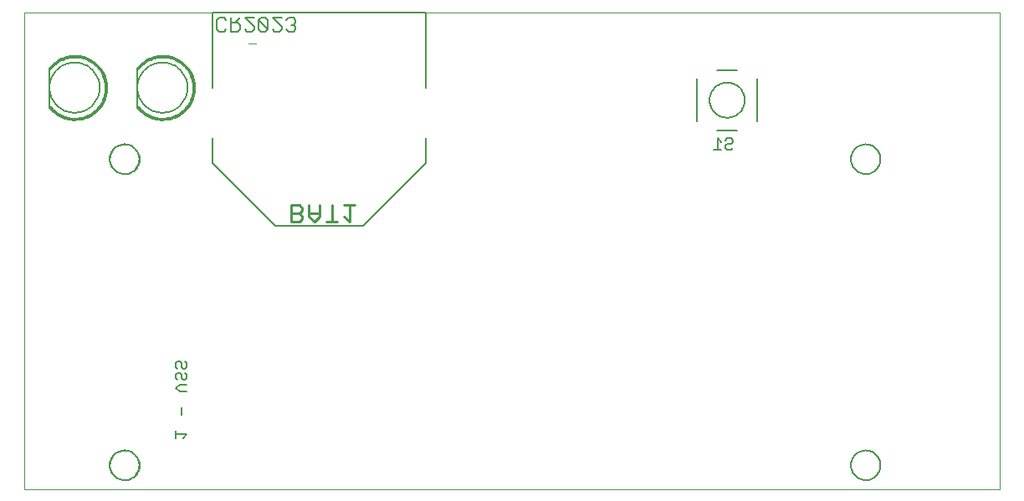
<source format=gbo>
G75*
%MOIN*%
%OFA0B0*%
%FSLAX24Y24*%
%IPPOS*%
%LPD*%
%AMOC8*
5,1,8,0,0,1.08239X$1,22.5*
%
%ADD10C,0.0000*%
%ADD11C,0.0080*%
%ADD12C,0.0050*%
%ADD13C,0.0040*%
%ADD14C,0.0090*%
%ADD15C,0.0010*%
%ADD16C,0.0060*%
D10*
X000100Y000550D02*
X000100Y019546D01*
X038970Y019546D01*
X038970Y000550D01*
X000100Y000550D01*
X003509Y001500D02*
X003511Y001548D01*
X003517Y001596D01*
X003527Y001643D01*
X003540Y001689D01*
X003558Y001734D01*
X003578Y001778D01*
X003603Y001820D01*
X003631Y001859D01*
X003661Y001896D01*
X003695Y001930D01*
X003732Y001962D01*
X003770Y001991D01*
X003811Y002016D01*
X003854Y002038D01*
X003899Y002056D01*
X003945Y002070D01*
X003992Y002081D01*
X004040Y002088D01*
X004088Y002091D01*
X004136Y002090D01*
X004184Y002085D01*
X004232Y002076D01*
X004278Y002064D01*
X004323Y002047D01*
X004367Y002027D01*
X004409Y002004D01*
X004449Y001977D01*
X004487Y001947D01*
X004522Y001914D01*
X004554Y001878D01*
X004584Y001840D01*
X004610Y001799D01*
X004632Y001756D01*
X004652Y001712D01*
X004667Y001667D01*
X004679Y001620D01*
X004687Y001572D01*
X004691Y001524D01*
X004691Y001476D01*
X004687Y001428D01*
X004679Y001380D01*
X004667Y001333D01*
X004652Y001288D01*
X004632Y001244D01*
X004610Y001201D01*
X004584Y001160D01*
X004554Y001122D01*
X004522Y001086D01*
X004487Y001053D01*
X004449Y001023D01*
X004409Y000996D01*
X004367Y000973D01*
X004323Y000953D01*
X004278Y000936D01*
X004232Y000924D01*
X004184Y000915D01*
X004136Y000910D01*
X004088Y000909D01*
X004040Y000912D01*
X003992Y000919D01*
X003945Y000930D01*
X003899Y000944D01*
X003854Y000962D01*
X003811Y000984D01*
X003770Y001009D01*
X003732Y001038D01*
X003695Y001070D01*
X003661Y001104D01*
X003631Y001141D01*
X003603Y001180D01*
X003578Y001222D01*
X003558Y001266D01*
X003540Y001311D01*
X003527Y001357D01*
X003517Y001404D01*
X003511Y001452D01*
X003509Y001500D01*
X003509Y013700D02*
X003511Y013748D01*
X003517Y013796D01*
X003527Y013843D01*
X003540Y013889D01*
X003558Y013934D01*
X003578Y013978D01*
X003603Y014020D01*
X003631Y014059D01*
X003661Y014096D01*
X003695Y014130D01*
X003732Y014162D01*
X003770Y014191D01*
X003811Y014216D01*
X003854Y014238D01*
X003899Y014256D01*
X003945Y014270D01*
X003992Y014281D01*
X004040Y014288D01*
X004088Y014291D01*
X004136Y014290D01*
X004184Y014285D01*
X004232Y014276D01*
X004278Y014264D01*
X004323Y014247D01*
X004367Y014227D01*
X004409Y014204D01*
X004449Y014177D01*
X004487Y014147D01*
X004522Y014114D01*
X004554Y014078D01*
X004584Y014040D01*
X004610Y013999D01*
X004632Y013956D01*
X004652Y013912D01*
X004667Y013867D01*
X004679Y013820D01*
X004687Y013772D01*
X004691Y013724D01*
X004691Y013676D01*
X004687Y013628D01*
X004679Y013580D01*
X004667Y013533D01*
X004652Y013488D01*
X004632Y013444D01*
X004610Y013401D01*
X004584Y013360D01*
X004554Y013322D01*
X004522Y013286D01*
X004487Y013253D01*
X004449Y013223D01*
X004409Y013196D01*
X004367Y013173D01*
X004323Y013153D01*
X004278Y013136D01*
X004232Y013124D01*
X004184Y013115D01*
X004136Y013110D01*
X004088Y013109D01*
X004040Y013112D01*
X003992Y013119D01*
X003945Y013130D01*
X003899Y013144D01*
X003854Y013162D01*
X003811Y013184D01*
X003770Y013209D01*
X003732Y013238D01*
X003695Y013270D01*
X003661Y013304D01*
X003631Y013341D01*
X003603Y013380D01*
X003578Y013422D01*
X003558Y013466D01*
X003540Y013511D01*
X003527Y013557D01*
X003517Y013604D01*
X003511Y013652D01*
X003509Y013700D01*
X033009Y013700D02*
X033011Y013748D01*
X033017Y013796D01*
X033027Y013843D01*
X033040Y013889D01*
X033058Y013934D01*
X033078Y013978D01*
X033103Y014020D01*
X033131Y014059D01*
X033161Y014096D01*
X033195Y014130D01*
X033232Y014162D01*
X033270Y014191D01*
X033311Y014216D01*
X033354Y014238D01*
X033399Y014256D01*
X033445Y014270D01*
X033492Y014281D01*
X033540Y014288D01*
X033588Y014291D01*
X033636Y014290D01*
X033684Y014285D01*
X033732Y014276D01*
X033778Y014264D01*
X033823Y014247D01*
X033867Y014227D01*
X033909Y014204D01*
X033949Y014177D01*
X033987Y014147D01*
X034022Y014114D01*
X034054Y014078D01*
X034084Y014040D01*
X034110Y013999D01*
X034132Y013956D01*
X034152Y013912D01*
X034167Y013867D01*
X034179Y013820D01*
X034187Y013772D01*
X034191Y013724D01*
X034191Y013676D01*
X034187Y013628D01*
X034179Y013580D01*
X034167Y013533D01*
X034152Y013488D01*
X034132Y013444D01*
X034110Y013401D01*
X034084Y013360D01*
X034054Y013322D01*
X034022Y013286D01*
X033987Y013253D01*
X033949Y013223D01*
X033909Y013196D01*
X033867Y013173D01*
X033823Y013153D01*
X033778Y013136D01*
X033732Y013124D01*
X033684Y013115D01*
X033636Y013110D01*
X033588Y013109D01*
X033540Y013112D01*
X033492Y013119D01*
X033445Y013130D01*
X033399Y013144D01*
X033354Y013162D01*
X033311Y013184D01*
X033270Y013209D01*
X033232Y013238D01*
X033195Y013270D01*
X033161Y013304D01*
X033131Y013341D01*
X033103Y013380D01*
X033078Y013422D01*
X033058Y013466D01*
X033040Y013511D01*
X033027Y013557D01*
X033017Y013604D01*
X033011Y013652D01*
X033009Y013700D01*
X033009Y001500D02*
X033011Y001548D01*
X033017Y001596D01*
X033027Y001643D01*
X033040Y001689D01*
X033058Y001734D01*
X033078Y001778D01*
X033103Y001820D01*
X033131Y001859D01*
X033161Y001896D01*
X033195Y001930D01*
X033232Y001962D01*
X033270Y001991D01*
X033311Y002016D01*
X033354Y002038D01*
X033399Y002056D01*
X033445Y002070D01*
X033492Y002081D01*
X033540Y002088D01*
X033588Y002091D01*
X033636Y002090D01*
X033684Y002085D01*
X033732Y002076D01*
X033778Y002064D01*
X033823Y002047D01*
X033867Y002027D01*
X033909Y002004D01*
X033949Y001977D01*
X033987Y001947D01*
X034022Y001914D01*
X034054Y001878D01*
X034084Y001840D01*
X034110Y001799D01*
X034132Y001756D01*
X034152Y001712D01*
X034167Y001667D01*
X034179Y001620D01*
X034187Y001572D01*
X034191Y001524D01*
X034191Y001476D01*
X034187Y001428D01*
X034179Y001380D01*
X034167Y001333D01*
X034152Y001288D01*
X034132Y001244D01*
X034110Y001201D01*
X034084Y001160D01*
X034054Y001122D01*
X034022Y001086D01*
X033987Y001053D01*
X033949Y001023D01*
X033909Y000996D01*
X033867Y000973D01*
X033823Y000953D01*
X033778Y000936D01*
X033732Y000924D01*
X033684Y000915D01*
X033636Y000910D01*
X033588Y000909D01*
X033540Y000912D01*
X033492Y000919D01*
X033445Y000930D01*
X033399Y000944D01*
X033354Y000962D01*
X033311Y000984D01*
X033270Y001009D01*
X033232Y001038D01*
X033195Y001070D01*
X033161Y001104D01*
X033131Y001141D01*
X033103Y001180D01*
X033078Y001222D01*
X033058Y001266D01*
X033040Y001311D01*
X033027Y001357D01*
X033017Y001404D01*
X033011Y001452D01*
X033009Y001500D01*
D11*
X006560Y002730D02*
X006140Y002730D01*
X006140Y002590D02*
X006140Y002870D01*
X006420Y002590D02*
X006560Y002730D01*
X006350Y003511D02*
X006350Y003791D01*
X006280Y004432D02*
X006140Y004572D01*
X006280Y004712D01*
X006560Y004712D01*
X006490Y004892D02*
X006420Y004892D01*
X006350Y004962D01*
X006350Y005102D01*
X006280Y005172D01*
X006210Y005172D01*
X006140Y005102D01*
X006140Y004962D01*
X006210Y004892D01*
X006490Y004892D02*
X006560Y004962D01*
X006560Y005102D01*
X006490Y005172D01*
X006490Y005352D02*
X006420Y005352D01*
X006350Y005422D01*
X006350Y005563D01*
X006280Y005633D01*
X006210Y005633D01*
X006140Y005563D01*
X006140Y005422D01*
X006210Y005352D01*
X006490Y005352D02*
X006560Y005422D01*
X006560Y005563D01*
X006490Y005633D01*
X006560Y004432D02*
X006280Y004432D01*
X027700Y014850D02*
X028505Y014850D01*
X029300Y015200D02*
X029300Y016900D01*
X028493Y017250D02*
X027700Y017250D01*
X026900Y016900D02*
X026900Y015200D01*
X027400Y016050D02*
X027402Y016102D01*
X027408Y016154D01*
X027418Y016206D01*
X027431Y016256D01*
X027448Y016306D01*
X027469Y016354D01*
X027494Y016400D01*
X027522Y016444D01*
X027553Y016486D01*
X027587Y016526D01*
X027624Y016563D01*
X027664Y016597D01*
X027706Y016628D01*
X027750Y016656D01*
X027796Y016681D01*
X027844Y016702D01*
X027894Y016719D01*
X027944Y016732D01*
X027996Y016742D01*
X028048Y016748D01*
X028100Y016750D01*
X028152Y016748D01*
X028204Y016742D01*
X028256Y016732D01*
X028306Y016719D01*
X028356Y016702D01*
X028404Y016681D01*
X028450Y016656D01*
X028494Y016628D01*
X028536Y016597D01*
X028576Y016563D01*
X028613Y016526D01*
X028647Y016486D01*
X028678Y016444D01*
X028706Y016400D01*
X028731Y016354D01*
X028752Y016306D01*
X028769Y016256D01*
X028782Y016206D01*
X028792Y016154D01*
X028798Y016102D01*
X028800Y016050D01*
X028798Y015998D01*
X028792Y015946D01*
X028782Y015894D01*
X028769Y015844D01*
X028752Y015794D01*
X028731Y015746D01*
X028706Y015700D01*
X028678Y015656D01*
X028647Y015614D01*
X028613Y015574D01*
X028576Y015537D01*
X028536Y015503D01*
X028494Y015472D01*
X028450Y015444D01*
X028404Y015419D01*
X028356Y015398D01*
X028306Y015381D01*
X028256Y015368D01*
X028204Y015358D01*
X028152Y015352D01*
X028100Y015350D01*
X028048Y015352D01*
X027996Y015358D01*
X027944Y015368D01*
X027894Y015381D01*
X027844Y015398D01*
X027796Y015419D01*
X027750Y015444D01*
X027706Y015472D01*
X027664Y015503D01*
X027624Y015537D01*
X027587Y015574D01*
X027553Y015614D01*
X027522Y015656D01*
X027494Y015700D01*
X027469Y015746D01*
X027448Y015794D01*
X027431Y015844D01*
X027418Y015894D01*
X027408Y015946D01*
X027402Y015998D01*
X027400Y016050D01*
X004600Y015800D02*
X004600Y017300D01*
X001100Y017300D02*
X001100Y015800D01*
D12*
X003499Y013700D02*
X003501Y013748D01*
X003507Y013796D01*
X003517Y013843D01*
X003530Y013889D01*
X003548Y013934D01*
X003568Y013978D01*
X003593Y014020D01*
X003621Y014059D01*
X003651Y014096D01*
X003685Y014130D01*
X003722Y014162D01*
X003760Y014191D01*
X003801Y014216D01*
X003844Y014238D01*
X003889Y014256D01*
X003935Y014270D01*
X003982Y014281D01*
X004030Y014288D01*
X004078Y014291D01*
X004126Y014290D01*
X004174Y014285D01*
X004222Y014276D01*
X004268Y014264D01*
X004313Y014247D01*
X004357Y014227D01*
X004399Y014204D01*
X004439Y014177D01*
X004477Y014147D01*
X004512Y014114D01*
X004544Y014078D01*
X004574Y014040D01*
X004600Y013999D01*
X004622Y013956D01*
X004642Y013912D01*
X004657Y013867D01*
X004669Y013820D01*
X004677Y013772D01*
X004681Y013724D01*
X004681Y013676D01*
X004677Y013628D01*
X004669Y013580D01*
X004657Y013533D01*
X004642Y013488D01*
X004622Y013444D01*
X004600Y013401D01*
X004574Y013360D01*
X004544Y013322D01*
X004512Y013286D01*
X004477Y013253D01*
X004439Y013223D01*
X004399Y013196D01*
X004357Y013173D01*
X004313Y013153D01*
X004268Y013136D01*
X004222Y013124D01*
X004174Y013115D01*
X004126Y013110D01*
X004078Y013109D01*
X004030Y013112D01*
X003982Y013119D01*
X003935Y013130D01*
X003889Y013144D01*
X003844Y013162D01*
X003801Y013184D01*
X003760Y013209D01*
X003722Y013238D01*
X003685Y013270D01*
X003651Y013304D01*
X003621Y013341D01*
X003593Y013380D01*
X003568Y013422D01*
X003548Y013466D01*
X003530Y013511D01*
X003517Y013557D01*
X003507Y013604D01*
X003501Y013652D01*
X003499Y013700D01*
X007600Y013550D02*
X007600Y014550D01*
X007600Y013550D02*
X010100Y011050D01*
X013600Y011050D01*
X016100Y013550D01*
X016100Y014550D01*
X016100Y016550D02*
X016100Y019550D01*
X007600Y019550D01*
X007600Y016550D01*
X007867Y018775D02*
X007775Y018866D01*
X007775Y019233D01*
X007867Y019325D01*
X008050Y019325D01*
X008142Y019233D01*
X008327Y019142D02*
X008603Y019142D01*
X008694Y019050D01*
X008694Y018866D01*
X008603Y018775D01*
X008327Y018775D01*
X008327Y019325D01*
X008511Y019142D02*
X008694Y019325D01*
X008880Y019325D02*
X009247Y018958D01*
X009247Y018866D01*
X009155Y018775D01*
X008972Y018775D01*
X008880Y018866D01*
X009432Y018866D02*
X009524Y018775D01*
X009708Y018775D01*
X009799Y018866D01*
X009432Y019233D01*
X009524Y019325D01*
X009708Y019325D01*
X009799Y019233D01*
X009799Y018866D01*
X009985Y018866D02*
X010077Y018775D01*
X010260Y018775D01*
X010352Y018866D01*
X010352Y018958D01*
X009985Y019325D01*
X010352Y019325D01*
X010537Y019233D02*
X010629Y019325D01*
X010813Y019325D01*
X010904Y019233D01*
X010904Y019142D01*
X010813Y019050D01*
X010721Y019050D01*
X010813Y019050D02*
X010904Y018958D01*
X010904Y018866D01*
X010813Y018775D01*
X010629Y018775D01*
X010537Y018866D01*
X009432Y018866D02*
X009432Y019233D01*
X009247Y019325D02*
X008880Y019325D01*
X008142Y018866D02*
X008050Y018775D01*
X007867Y018775D01*
X027564Y014075D02*
X027865Y014075D01*
X027714Y014075D02*
X027714Y014525D01*
X027865Y014375D01*
X028025Y014450D02*
X028100Y014525D01*
X028250Y014525D01*
X028325Y014450D01*
X028325Y014375D01*
X028250Y014300D01*
X028100Y014300D01*
X028025Y014225D01*
X028025Y014150D01*
X028100Y014075D01*
X028250Y014075D01*
X028325Y014150D01*
X033029Y013700D02*
X033031Y013748D01*
X033037Y013796D01*
X033047Y013843D01*
X033060Y013889D01*
X033078Y013934D01*
X033098Y013978D01*
X033123Y014020D01*
X033151Y014059D01*
X033181Y014096D01*
X033215Y014130D01*
X033252Y014162D01*
X033290Y014191D01*
X033331Y014216D01*
X033374Y014238D01*
X033419Y014256D01*
X033465Y014270D01*
X033512Y014281D01*
X033560Y014288D01*
X033608Y014291D01*
X033656Y014290D01*
X033704Y014285D01*
X033752Y014276D01*
X033798Y014264D01*
X033843Y014247D01*
X033887Y014227D01*
X033929Y014204D01*
X033969Y014177D01*
X034007Y014147D01*
X034042Y014114D01*
X034074Y014078D01*
X034104Y014040D01*
X034130Y013999D01*
X034152Y013956D01*
X034172Y013912D01*
X034187Y013867D01*
X034199Y013820D01*
X034207Y013772D01*
X034211Y013724D01*
X034211Y013676D01*
X034207Y013628D01*
X034199Y013580D01*
X034187Y013533D01*
X034172Y013488D01*
X034152Y013444D01*
X034130Y013401D01*
X034104Y013360D01*
X034074Y013322D01*
X034042Y013286D01*
X034007Y013253D01*
X033969Y013223D01*
X033929Y013196D01*
X033887Y013173D01*
X033843Y013153D01*
X033798Y013136D01*
X033752Y013124D01*
X033704Y013115D01*
X033656Y013110D01*
X033608Y013109D01*
X033560Y013112D01*
X033512Y013119D01*
X033465Y013130D01*
X033419Y013144D01*
X033374Y013162D01*
X033331Y013184D01*
X033290Y013209D01*
X033252Y013238D01*
X033215Y013270D01*
X033181Y013304D01*
X033151Y013341D01*
X033123Y013380D01*
X033098Y013422D01*
X033078Y013466D01*
X033060Y013511D01*
X033047Y013557D01*
X033037Y013604D01*
X033031Y013652D01*
X033029Y013700D01*
X033029Y001500D02*
X033031Y001548D01*
X033037Y001596D01*
X033047Y001643D01*
X033060Y001689D01*
X033078Y001734D01*
X033098Y001778D01*
X033123Y001820D01*
X033151Y001859D01*
X033181Y001896D01*
X033215Y001930D01*
X033252Y001962D01*
X033290Y001991D01*
X033331Y002016D01*
X033374Y002038D01*
X033419Y002056D01*
X033465Y002070D01*
X033512Y002081D01*
X033560Y002088D01*
X033608Y002091D01*
X033656Y002090D01*
X033704Y002085D01*
X033752Y002076D01*
X033798Y002064D01*
X033843Y002047D01*
X033887Y002027D01*
X033929Y002004D01*
X033969Y001977D01*
X034007Y001947D01*
X034042Y001914D01*
X034074Y001878D01*
X034104Y001840D01*
X034130Y001799D01*
X034152Y001756D01*
X034172Y001712D01*
X034187Y001667D01*
X034199Y001620D01*
X034207Y001572D01*
X034211Y001524D01*
X034211Y001476D01*
X034207Y001428D01*
X034199Y001380D01*
X034187Y001333D01*
X034172Y001288D01*
X034152Y001244D01*
X034130Y001201D01*
X034104Y001160D01*
X034074Y001122D01*
X034042Y001086D01*
X034007Y001053D01*
X033969Y001023D01*
X033929Y000996D01*
X033887Y000973D01*
X033843Y000953D01*
X033798Y000936D01*
X033752Y000924D01*
X033704Y000915D01*
X033656Y000910D01*
X033608Y000909D01*
X033560Y000912D01*
X033512Y000919D01*
X033465Y000930D01*
X033419Y000944D01*
X033374Y000962D01*
X033331Y000984D01*
X033290Y001009D01*
X033252Y001038D01*
X033215Y001070D01*
X033181Y001104D01*
X033151Y001141D01*
X033123Y001180D01*
X033098Y001222D01*
X033078Y001266D01*
X033060Y001311D01*
X033047Y001357D01*
X033037Y001404D01*
X033031Y001452D01*
X033029Y001500D01*
X003499Y001500D02*
X003501Y001548D01*
X003507Y001596D01*
X003517Y001643D01*
X003530Y001689D01*
X003548Y001734D01*
X003568Y001778D01*
X003593Y001820D01*
X003621Y001859D01*
X003651Y001896D01*
X003685Y001930D01*
X003722Y001962D01*
X003760Y001991D01*
X003801Y002016D01*
X003844Y002038D01*
X003889Y002056D01*
X003935Y002070D01*
X003982Y002081D01*
X004030Y002088D01*
X004078Y002091D01*
X004126Y002090D01*
X004174Y002085D01*
X004222Y002076D01*
X004268Y002064D01*
X004313Y002047D01*
X004357Y002027D01*
X004399Y002004D01*
X004439Y001977D01*
X004477Y001947D01*
X004512Y001914D01*
X004544Y001878D01*
X004574Y001840D01*
X004600Y001799D01*
X004622Y001756D01*
X004642Y001712D01*
X004657Y001667D01*
X004669Y001620D01*
X004677Y001572D01*
X004681Y001524D01*
X004681Y001476D01*
X004677Y001428D01*
X004669Y001380D01*
X004657Y001333D01*
X004642Y001288D01*
X004622Y001244D01*
X004600Y001201D01*
X004574Y001160D01*
X004544Y001122D01*
X004512Y001086D01*
X004477Y001053D01*
X004439Y001023D01*
X004399Y000996D01*
X004357Y000973D01*
X004313Y000953D01*
X004268Y000936D01*
X004222Y000924D01*
X004174Y000915D01*
X004126Y000910D01*
X004078Y000909D01*
X004030Y000912D01*
X003982Y000919D01*
X003935Y000930D01*
X003889Y000944D01*
X003844Y000962D01*
X003801Y000984D01*
X003760Y001009D01*
X003722Y001038D01*
X003685Y001070D01*
X003651Y001104D01*
X003621Y001141D01*
X003593Y001180D01*
X003568Y001222D01*
X003548Y001266D01*
X003530Y001311D01*
X003517Y001357D01*
X003507Y001404D01*
X003501Y001452D01*
X003499Y001500D01*
D13*
X009023Y018300D02*
X009330Y018300D01*
D14*
X010725Y011863D02*
X011060Y011863D01*
X011172Y011751D01*
X011172Y011639D01*
X011060Y011528D01*
X010725Y011528D01*
X011060Y011528D02*
X011172Y011416D01*
X011172Y011304D01*
X011060Y011192D01*
X010725Y011192D01*
X010725Y011863D01*
X011424Y011863D02*
X011424Y011416D01*
X011648Y011192D01*
X011871Y011416D01*
X011871Y011863D01*
X012348Y011863D02*
X012348Y011192D01*
X012571Y011192D02*
X012124Y011192D01*
X011871Y011528D02*
X011424Y011528D01*
X012824Y011416D02*
X013048Y011192D01*
X013048Y011863D01*
X013271Y011863D02*
X012824Y011863D01*
D15*
X004568Y015770D02*
X004640Y015824D01*
X004639Y015823D02*
X004682Y015770D01*
X004727Y015719D01*
X004776Y015671D01*
X004827Y015626D01*
X004881Y015583D01*
X004937Y015544D01*
X004995Y015508D01*
X005055Y015475D01*
X005116Y015446D01*
X005180Y015421D01*
X005244Y015399D01*
X005310Y015380D01*
X005377Y015366D01*
X005444Y015355D01*
X005512Y015348D01*
X005580Y015345D01*
X005649Y015346D01*
X005717Y015351D01*
X005785Y015359D01*
X005852Y015372D01*
X005918Y015388D01*
X005983Y015408D01*
X006048Y015431D01*
X006110Y015458D01*
X006171Y015489D01*
X006230Y015523D01*
X006288Y015560D01*
X006343Y015601D01*
X006395Y015645D01*
X006445Y015691D01*
X006492Y015740D01*
X006537Y015792D01*
X006578Y015846D01*
X006617Y015903D01*
X006652Y015962D01*
X006683Y016022D01*
X006711Y016084D01*
X006736Y016148D01*
X006757Y016213D01*
X006774Y016279D01*
X006788Y016346D01*
X006797Y016414D01*
X006803Y016482D01*
X006805Y016550D01*
X006803Y016618D01*
X006797Y016686D01*
X006788Y016754D01*
X006774Y016821D01*
X006757Y016887D01*
X006736Y016952D01*
X006711Y017016D01*
X006683Y017078D01*
X006652Y017138D01*
X006617Y017197D01*
X006578Y017254D01*
X006537Y017308D01*
X006492Y017360D01*
X006445Y017409D01*
X006395Y017455D01*
X006343Y017499D01*
X006288Y017540D01*
X006230Y017577D01*
X006171Y017611D01*
X006110Y017642D01*
X006048Y017669D01*
X005983Y017692D01*
X005918Y017712D01*
X005852Y017728D01*
X005785Y017741D01*
X005717Y017749D01*
X005649Y017754D01*
X005580Y017755D01*
X005512Y017752D01*
X005444Y017745D01*
X005377Y017734D01*
X005310Y017720D01*
X005244Y017701D01*
X005180Y017679D01*
X005116Y017654D01*
X005055Y017625D01*
X004995Y017592D01*
X004937Y017556D01*
X004881Y017517D01*
X004827Y017474D01*
X004776Y017429D01*
X004727Y017381D01*
X004682Y017330D01*
X004639Y017277D01*
X004568Y017330D01*
X004567Y017331D01*
X004611Y017386D01*
X004659Y017439D01*
X004709Y017490D01*
X004762Y017537D01*
X004817Y017581D01*
X004875Y017623D01*
X004935Y017661D01*
X004996Y017696D01*
X005060Y017727D01*
X005125Y017755D01*
X005192Y017779D01*
X005260Y017800D01*
X005329Y017816D01*
X005399Y017829D01*
X005469Y017838D01*
X005540Y017844D01*
X005611Y017845D01*
X005682Y017842D01*
X005753Y017836D01*
X005823Y017826D01*
X005892Y017812D01*
X005961Y017794D01*
X006029Y017772D01*
X006095Y017747D01*
X006160Y017718D01*
X006223Y017685D01*
X006284Y017649D01*
X006343Y017610D01*
X006400Y017568D01*
X006455Y017523D01*
X006507Y017474D01*
X006556Y017423D01*
X006603Y017370D01*
X006646Y017313D01*
X006686Y017255D01*
X006723Y017194D01*
X006757Y017132D01*
X006787Y017068D01*
X006814Y017002D01*
X006837Y016935D01*
X006856Y016866D01*
X006871Y016797D01*
X006883Y016727D01*
X006891Y016656D01*
X006895Y016585D01*
X006895Y016515D01*
X006891Y016444D01*
X006883Y016373D01*
X006871Y016303D01*
X006856Y016234D01*
X006837Y016165D01*
X006814Y016098D01*
X006787Y016032D01*
X006757Y015968D01*
X006723Y015906D01*
X006686Y015845D01*
X006646Y015787D01*
X006603Y015730D01*
X006556Y015677D01*
X006507Y015626D01*
X006455Y015577D01*
X006400Y015532D01*
X006343Y015490D01*
X006284Y015451D01*
X006223Y015415D01*
X006160Y015382D01*
X006095Y015353D01*
X006029Y015328D01*
X005961Y015306D01*
X005892Y015288D01*
X005823Y015274D01*
X005753Y015264D01*
X005682Y015258D01*
X005611Y015255D01*
X005540Y015256D01*
X005469Y015262D01*
X005399Y015271D01*
X005329Y015284D01*
X005260Y015300D01*
X005192Y015321D01*
X005125Y015345D01*
X005060Y015373D01*
X004996Y015404D01*
X004935Y015439D01*
X004875Y015477D01*
X004817Y015519D01*
X004762Y015563D01*
X004709Y015610D01*
X004659Y015661D01*
X004611Y015714D01*
X004567Y015769D01*
X004574Y015774D01*
X004619Y015719D01*
X004666Y015666D01*
X004717Y015615D01*
X004770Y015568D01*
X004826Y015523D01*
X004884Y015482D01*
X004944Y015444D01*
X005006Y015409D01*
X005070Y015378D01*
X005136Y015351D01*
X005203Y015327D01*
X005272Y015307D01*
X005341Y015290D01*
X005411Y015278D01*
X005482Y015269D01*
X005553Y015265D01*
X005624Y015264D01*
X005695Y015268D01*
X005766Y015275D01*
X005837Y015286D01*
X005906Y015301D01*
X005975Y015320D01*
X006043Y015343D01*
X006109Y015369D01*
X006174Y015399D01*
X006236Y015433D01*
X006297Y015469D01*
X006356Y015510D01*
X006413Y015553D01*
X006467Y015600D01*
X006518Y015649D01*
X006566Y015702D01*
X006612Y015756D01*
X006654Y015814D01*
X006693Y015873D01*
X006729Y015935D01*
X006762Y015998D01*
X006790Y016063D01*
X006816Y016130D01*
X006837Y016198D01*
X006855Y016267D01*
X006868Y016337D01*
X006878Y016408D01*
X006884Y016479D01*
X006886Y016550D01*
X006884Y016621D01*
X006878Y016692D01*
X006868Y016763D01*
X006855Y016833D01*
X006837Y016902D01*
X006816Y016970D01*
X006790Y017037D01*
X006762Y017102D01*
X006729Y017165D01*
X006693Y017227D01*
X006654Y017286D01*
X006612Y017344D01*
X006566Y017398D01*
X006518Y017451D01*
X006467Y017500D01*
X006413Y017547D01*
X006356Y017590D01*
X006297Y017631D01*
X006236Y017667D01*
X006174Y017701D01*
X006109Y017731D01*
X006043Y017757D01*
X005975Y017780D01*
X005906Y017799D01*
X005837Y017814D01*
X005766Y017825D01*
X005695Y017832D01*
X005624Y017836D01*
X005553Y017835D01*
X005482Y017831D01*
X005411Y017822D01*
X005341Y017810D01*
X005272Y017793D01*
X005203Y017773D01*
X005136Y017749D01*
X005070Y017722D01*
X005006Y017691D01*
X004944Y017656D01*
X004884Y017618D01*
X004826Y017577D01*
X004770Y017532D01*
X004717Y017485D01*
X004666Y017434D01*
X004619Y017381D01*
X004574Y017326D01*
X004581Y017320D01*
X004626Y017375D01*
X004673Y017428D01*
X004723Y017478D01*
X004776Y017525D01*
X004831Y017569D01*
X004889Y017611D01*
X004948Y017648D01*
X005010Y017683D01*
X005074Y017714D01*
X005139Y017741D01*
X005206Y017765D01*
X005274Y017785D01*
X005343Y017801D01*
X005412Y017813D01*
X005483Y017822D01*
X005553Y017826D01*
X005624Y017827D01*
X005695Y017823D01*
X005765Y017816D01*
X005835Y017805D01*
X005904Y017790D01*
X005972Y017771D01*
X006040Y017749D01*
X006105Y017723D01*
X006170Y017693D01*
X006232Y017660D01*
X006292Y017623D01*
X006351Y017583D01*
X006407Y017540D01*
X006461Y017494D01*
X006511Y017444D01*
X006560Y017393D01*
X006605Y017338D01*
X006647Y017281D01*
X006686Y017222D01*
X006721Y017161D01*
X006754Y017098D01*
X006782Y017033D01*
X006807Y016967D01*
X006828Y016899D01*
X006846Y016831D01*
X006859Y016761D01*
X006869Y016691D01*
X006875Y016621D01*
X006877Y016550D01*
X006875Y016479D01*
X006869Y016409D01*
X006859Y016339D01*
X006846Y016269D01*
X006828Y016201D01*
X006807Y016133D01*
X006782Y016067D01*
X006754Y016002D01*
X006721Y015939D01*
X006686Y015878D01*
X006647Y015819D01*
X006605Y015762D01*
X006560Y015707D01*
X006511Y015656D01*
X006461Y015606D01*
X006407Y015560D01*
X006351Y015517D01*
X006292Y015477D01*
X006232Y015440D01*
X006170Y015407D01*
X006105Y015377D01*
X006040Y015351D01*
X005972Y015329D01*
X005904Y015310D01*
X005835Y015295D01*
X005765Y015284D01*
X005695Y015277D01*
X005624Y015273D01*
X005553Y015274D01*
X005483Y015278D01*
X005412Y015287D01*
X005343Y015299D01*
X005274Y015315D01*
X005206Y015335D01*
X005139Y015359D01*
X005074Y015386D01*
X005010Y015417D01*
X004948Y015452D01*
X004889Y015489D01*
X004831Y015531D01*
X004776Y015575D01*
X004723Y015622D01*
X004673Y015672D01*
X004626Y015725D01*
X004581Y015780D01*
X004589Y015785D01*
X004633Y015730D01*
X004681Y015677D01*
X004731Y015627D01*
X004784Y015579D01*
X004840Y015535D01*
X004898Y015494D01*
X004958Y015457D01*
X005020Y015422D01*
X005084Y015392D01*
X005150Y015365D01*
X005217Y015341D01*
X005285Y015322D01*
X005355Y015306D01*
X005425Y015294D01*
X005495Y015286D01*
X005566Y015282D01*
X005637Y015283D01*
X005708Y015287D01*
X005779Y015295D01*
X005849Y015307D01*
X005918Y015323D01*
X005986Y015342D01*
X006054Y015366D01*
X006119Y015393D01*
X006183Y015424D01*
X006245Y015458D01*
X006305Y015496D01*
X006363Y015538D01*
X006419Y015582D01*
X006472Y015629D01*
X006522Y015680D01*
X006569Y015733D01*
X006614Y015788D01*
X006655Y015846D01*
X006692Y015906D01*
X006727Y015969D01*
X006758Y016033D01*
X006785Y016098D01*
X006808Y016165D01*
X006828Y016234D01*
X006844Y016303D01*
X006856Y016373D01*
X006864Y016444D01*
X006868Y016514D01*
X006868Y016586D01*
X006864Y016656D01*
X006856Y016727D01*
X006844Y016797D01*
X006828Y016866D01*
X006808Y016935D01*
X006785Y017002D01*
X006758Y017067D01*
X006727Y017131D01*
X006692Y017194D01*
X006655Y017254D01*
X006614Y017312D01*
X006569Y017367D01*
X006522Y017420D01*
X006472Y017471D01*
X006419Y017518D01*
X006363Y017562D01*
X006305Y017604D01*
X006245Y017642D01*
X006183Y017676D01*
X006119Y017707D01*
X006054Y017734D01*
X005986Y017758D01*
X005918Y017777D01*
X005849Y017793D01*
X005779Y017805D01*
X005708Y017813D01*
X005637Y017817D01*
X005566Y017818D01*
X005495Y017814D01*
X005425Y017806D01*
X005355Y017794D01*
X005285Y017778D01*
X005217Y017759D01*
X005150Y017735D01*
X005084Y017708D01*
X005020Y017678D01*
X004958Y017643D01*
X004898Y017606D01*
X004840Y017565D01*
X004784Y017521D01*
X004731Y017473D01*
X004681Y017423D01*
X004633Y017370D01*
X004589Y017315D01*
X004596Y017309D01*
X004640Y017364D01*
X004687Y017417D01*
X004737Y017467D01*
X004790Y017514D01*
X004845Y017558D01*
X004903Y017598D01*
X004962Y017636D01*
X005024Y017670D01*
X005088Y017700D01*
X005153Y017727D01*
X005220Y017750D01*
X005288Y017770D01*
X005356Y017785D01*
X005426Y017797D01*
X005496Y017805D01*
X005567Y017809D01*
X005637Y017808D01*
X005708Y017804D01*
X005778Y017796D01*
X005847Y017784D01*
X005916Y017769D01*
X005984Y017749D01*
X006050Y017726D01*
X006115Y017699D01*
X006179Y017668D01*
X006241Y017634D01*
X006300Y017596D01*
X006358Y017555D01*
X006413Y017511D01*
X006466Y017464D01*
X006515Y017414D01*
X006562Y017362D01*
X006606Y017306D01*
X006647Y017249D01*
X006685Y017189D01*
X006719Y017127D01*
X006749Y017064D01*
X006776Y016999D01*
X006800Y016932D01*
X006819Y016864D01*
X006835Y016795D01*
X006847Y016726D01*
X006855Y016656D01*
X006859Y016585D01*
X006859Y016515D01*
X006855Y016444D01*
X006847Y016374D01*
X006835Y016305D01*
X006819Y016236D01*
X006800Y016168D01*
X006776Y016101D01*
X006749Y016036D01*
X006719Y015973D01*
X006685Y015911D01*
X006647Y015851D01*
X006606Y015794D01*
X006562Y015738D01*
X006515Y015686D01*
X006466Y015636D01*
X006413Y015589D01*
X006358Y015545D01*
X006300Y015504D01*
X006241Y015466D01*
X006179Y015432D01*
X006115Y015401D01*
X006050Y015374D01*
X005984Y015351D01*
X005916Y015331D01*
X005847Y015316D01*
X005778Y015304D01*
X005708Y015296D01*
X005637Y015292D01*
X005567Y015291D01*
X005496Y015295D01*
X005426Y015303D01*
X005356Y015315D01*
X005288Y015330D01*
X005220Y015350D01*
X005153Y015373D01*
X005088Y015400D01*
X005024Y015430D01*
X004962Y015464D01*
X004903Y015502D01*
X004845Y015542D01*
X004790Y015586D01*
X004737Y015633D01*
X004687Y015683D01*
X004640Y015736D01*
X004596Y015791D01*
X004603Y015796D01*
X004647Y015741D01*
X004694Y015689D01*
X004743Y015640D01*
X004796Y015593D01*
X004850Y015550D01*
X004908Y015509D01*
X004967Y015472D01*
X005028Y015438D01*
X005092Y015408D01*
X005156Y015381D01*
X005223Y015358D01*
X005290Y015339D01*
X005358Y015324D01*
X005427Y015312D01*
X005497Y015304D01*
X005567Y015300D01*
X005637Y015301D01*
X005707Y015305D01*
X005776Y015313D01*
X005845Y015324D01*
X005914Y015340D01*
X005981Y015359D01*
X006047Y015383D01*
X006112Y015410D01*
X006175Y015440D01*
X006236Y015474D01*
X006295Y015511D01*
X006353Y015552D01*
X006407Y015596D01*
X006459Y015642D01*
X006509Y015692D01*
X006556Y015744D01*
X006599Y015799D01*
X006640Y015856D01*
X006677Y015915D01*
X006711Y015977D01*
X006741Y016040D01*
X006768Y016105D01*
X006791Y016171D01*
X006810Y016238D01*
X006826Y016306D01*
X006838Y016375D01*
X006846Y016445D01*
X006850Y016515D01*
X006850Y016585D01*
X006846Y016655D01*
X006838Y016725D01*
X006826Y016794D01*
X006810Y016862D01*
X006791Y016929D01*
X006768Y016995D01*
X006741Y017060D01*
X006711Y017123D01*
X006677Y017185D01*
X006640Y017244D01*
X006599Y017301D01*
X006556Y017356D01*
X006509Y017408D01*
X006459Y017458D01*
X006407Y017504D01*
X006353Y017548D01*
X006295Y017589D01*
X006236Y017626D01*
X006175Y017660D01*
X006112Y017690D01*
X006047Y017717D01*
X005981Y017741D01*
X005914Y017760D01*
X005845Y017776D01*
X005776Y017787D01*
X005707Y017795D01*
X005637Y017799D01*
X005567Y017800D01*
X005497Y017796D01*
X005427Y017788D01*
X005358Y017776D01*
X005290Y017761D01*
X005223Y017742D01*
X005156Y017719D01*
X005092Y017692D01*
X005028Y017662D01*
X004967Y017628D01*
X004908Y017591D01*
X004850Y017550D01*
X004796Y017507D01*
X004743Y017460D01*
X004694Y017411D01*
X004647Y017359D01*
X004603Y017304D01*
X004610Y017299D01*
X004654Y017353D01*
X004700Y017405D01*
X004749Y017454D01*
X004801Y017500D01*
X004856Y017543D01*
X004913Y017583D01*
X004972Y017620D01*
X005033Y017654D01*
X005095Y017684D01*
X005160Y017710D01*
X005225Y017733D01*
X005292Y017752D01*
X005360Y017768D01*
X005429Y017779D01*
X005498Y017787D01*
X005567Y017791D01*
X005637Y017790D01*
X005706Y017786D01*
X005775Y017779D01*
X005844Y017767D01*
X005911Y017751D01*
X005978Y017732D01*
X006044Y017709D01*
X006108Y017682D01*
X006171Y017652D01*
X006232Y017618D01*
X006290Y017581D01*
X006347Y017541D01*
X006401Y017498D01*
X006453Y017451D01*
X006502Y017402D01*
X006549Y017350D01*
X006592Y017296D01*
X006632Y017239D01*
X006669Y017180D01*
X006703Y017119D01*
X006733Y017056D01*
X006760Y016992D01*
X006783Y016927D01*
X006802Y016860D01*
X006817Y016792D01*
X006829Y016723D01*
X006837Y016654D01*
X006841Y016585D01*
X006841Y016515D01*
X006837Y016446D01*
X006829Y016377D01*
X006817Y016308D01*
X006802Y016240D01*
X006783Y016173D01*
X006760Y016108D01*
X006733Y016044D01*
X006703Y015981D01*
X006669Y015920D01*
X006632Y015861D01*
X006592Y015804D01*
X006549Y015750D01*
X006502Y015698D01*
X006453Y015649D01*
X006401Y015602D01*
X006347Y015559D01*
X006290Y015519D01*
X006232Y015482D01*
X006171Y015448D01*
X006108Y015418D01*
X006044Y015391D01*
X005978Y015368D01*
X005911Y015349D01*
X005844Y015333D01*
X005775Y015321D01*
X005706Y015314D01*
X005637Y015310D01*
X005567Y015309D01*
X005498Y015313D01*
X005429Y015321D01*
X005360Y015332D01*
X005292Y015348D01*
X005225Y015367D01*
X005160Y015390D01*
X005095Y015416D01*
X005033Y015446D01*
X004972Y015480D01*
X004913Y015517D01*
X004856Y015557D01*
X004801Y015600D01*
X004749Y015646D01*
X004700Y015695D01*
X004654Y015747D01*
X004610Y015801D01*
X004617Y015807D01*
X004661Y015753D01*
X004707Y015702D01*
X004756Y015653D01*
X004807Y015607D01*
X004861Y015564D01*
X004918Y015524D01*
X004976Y015488D01*
X005037Y015454D01*
X005099Y015424D01*
X005163Y015398D01*
X005228Y015376D01*
X005294Y015357D01*
X005362Y015341D01*
X005430Y015330D01*
X005498Y015322D01*
X005567Y015318D01*
X005636Y015319D01*
X005705Y015323D01*
X005774Y015330D01*
X005842Y015342D01*
X005909Y015357D01*
X005976Y015377D01*
X006041Y015400D01*
X006104Y015426D01*
X006167Y015456D01*
X006227Y015489D01*
X006285Y015526D01*
X006342Y015566D01*
X006396Y015609D01*
X006447Y015655D01*
X006496Y015704D01*
X006542Y015756D01*
X006585Y015810D01*
X006625Y015866D01*
X006661Y015925D01*
X006695Y015985D01*
X006725Y016047D01*
X006751Y016111D01*
X006774Y016176D01*
X006793Y016243D01*
X006808Y016310D01*
X006820Y016378D01*
X006828Y016447D01*
X006832Y016515D01*
X006832Y016585D01*
X006828Y016653D01*
X006820Y016722D01*
X006808Y016790D01*
X006793Y016857D01*
X006774Y016924D01*
X006751Y016989D01*
X006725Y017053D01*
X006695Y017115D01*
X006661Y017175D01*
X006625Y017234D01*
X006585Y017290D01*
X006542Y017344D01*
X006496Y017396D01*
X006447Y017445D01*
X006396Y017491D01*
X006342Y017534D01*
X006285Y017574D01*
X006227Y017611D01*
X006167Y017644D01*
X006104Y017674D01*
X006041Y017700D01*
X005976Y017723D01*
X005909Y017743D01*
X005842Y017758D01*
X005774Y017770D01*
X005705Y017777D01*
X005636Y017781D01*
X005567Y017782D01*
X005498Y017778D01*
X005430Y017770D01*
X005362Y017759D01*
X005294Y017743D01*
X005228Y017724D01*
X005163Y017702D01*
X005099Y017676D01*
X005037Y017646D01*
X004976Y017612D01*
X004918Y017576D01*
X004861Y017536D01*
X004807Y017493D01*
X004756Y017447D01*
X004707Y017398D01*
X004661Y017347D01*
X004617Y017293D01*
X004625Y017288D01*
X004668Y017342D01*
X004714Y017393D01*
X004764Y017442D01*
X004815Y017488D01*
X004870Y017531D01*
X004927Y017571D01*
X004985Y017607D01*
X005046Y017641D01*
X005109Y017670D01*
X005173Y017696D01*
X005239Y017718D01*
X005306Y017737D01*
X005373Y017752D01*
X005442Y017763D01*
X005511Y017770D01*
X005580Y017773D01*
X005649Y017772D01*
X005719Y017767D01*
X005787Y017759D01*
X005855Y017746D01*
X005923Y017730D01*
X005989Y017709D01*
X006054Y017686D01*
X006118Y017658D01*
X006180Y017627D01*
X006240Y017592D01*
X006298Y017554D01*
X006354Y017513D01*
X006407Y017469D01*
X006458Y017422D01*
X006506Y017372D01*
X006551Y017319D01*
X006593Y017264D01*
X006632Y017207D01*
X006667Y017147D01*
X006699Y017086D01*
X006728Y017023D01*
X006753Y016958D01*
X006774Y016892D01*
X006792Y016825D01*
X006805Y016757D01*
X006815Y016688D01*
X006821Y016619D01*
X006823Y016550D01*
X006821Y016481D01*
X006815Y016412D01*
X006805Y016343D01*
X006792Y016275D01*
X006774Y016208D01*
X006753Y016142D01*
X006728Y016077D01*
X006699Y016014D01*
X006667Y015953D01*
X006632Y015893D01*
X006593Y015836D01*
X006551Y015781D01*
X006506Y015728D01*
X006458Y015678D01*
X006407Y015631D01*
X006354Y015587D01*
X006298Y015546D01*
X006240Y015508D01*
X006180Y015473D01*
X006118Y015442D01*
X006054Y015414D01*
X005989Y015391D01*
X005923Y015370D01*
X005855Y015354D01*
X005787Y015341D01*
X005719Y015333D01*
X005649Y015328D01*
X005580Y015327D01*
X005511Y015330D01*
X005442Y015337D01*
X005373Y015348D01*
X005306Y015363D01*
X005239Y015382D01*
X005173Y015404D01*
X005109Y015430D01*
X005046Y015459D01*
X004985Y015493D01*
X004927Y015529D01*
X004870Y015569D01*
X004815Y015612D01*
X004764Y015658D01*
X004714Y015707D01*
X004668Y015758D01*
X004625Y015812D01*
X004632Y015818D01*
X004675Y015764D01*
X004721Y015713D01*
X004770Y015664D01*
X004821Y015619D01*
X004875Y015576D01*
X004932Y015537D01*
X004990Y015500D01*
X005050Y015467D01*
X005113Y015438D01*
X005176Y015412D01*
X005242Y015390D01*
X005308Y015372D01*
X005375Y015357D01*
X005443Y015346D01*
X005512Y015339D01*
X005580Y015336D01*
X005649Y015337D01*
X005718Y015342D01*
X005786Y015350D01*
X005854Y015363D01*
X005920Y015379D01*
X005986Y015399D01*
X006051Y015423D01*
X006114Y015450D01*
X006175Y015481D01*
X006235Y015515D01*
X006293Y015553D01*
X006348Y015594D01*
X006401Y015638D01*
X006451Y015685D01*
X006499Y015734D01*
X006544Y015786D01*
X006586Y015841D01*
X006624Y015898D01*
X006659Y015957D01*
X006691Y016018D01*
X006720Y016081D01*
X006744Y016145D01*
X006766Y016211D01*
X006783Y016277D01*
X006796Y016345D01*
X006806Y016413D01*
X006812Y016481D01*
X006814Y016550D01*
X006812Y016619D01*
X006806Y016687D01*
X006796Y016755D01*
X006783Y016823D01*
X006766Y016889D01*
X006744Y016955D01*
X006720Y017019D01*
X006691Y017082D01*
X006659Y017143D01*
X006624Y017202D01*
X006586Y017259D01*
X006544Y017314D01*
X006499Y017366D01*
X006451Y017415D01*
X006401Y017462D01*
X006348Y017506D01*
X006293Y017547D01*
X006235Y017585D01*
X006175Y017619D01*
X006114Y017650D01*
X006051Y017677D01*
X005986Y017701D01*
X005920Y017721D01*
X005854Y017737D01*
X005786Y017750D01*
X005718Y017758D01*
X005649Y017763D01*
X005580Y017764D01*
X005512Y017761D01*
X005443Y017754D01*
X005375Y017743D01*
X005308Y017728D01*
X005242Y017710D01*
X005176Y017688D01*
X005113Y017662D01*
X005050Y017633D01*
X004990Y017600D01*
X004932Y017563D01*
X004875Y017524D01*
X004821Y017481D01*
X004770Y017436D01*
X004721Y017387D01*
X004675Y017336D01*
X004632Y017282D01*
X001068Y015770D02*
X001140Y015824D01*
X001139Y015823D02*
X001182Y015770D01*
X001227Y015719D01*
X001276Y015671D01*
X001327Y015626D01*
X001381Y015583D01*
X001437Y015544D01*
X001495Y015508D01*
X001555Y015475D01*
X001616Y015446D01*
X001680Y015421D01*
X001744Y015399D01*
X001810Y015380D01*
X001877Y015366D01*
X001944Y015355D01*
X002012Y015348D01*
X002080Y015345D01*
X002149Y015346D01*
X002217Y015351D01*
X002285Y015359D01*
X002352Y015372D01*
X002418Y015388D01*
X002483Y015408D01*
X002548Y015431D01*
X002610Y015458D01*
X002671Y015489D01*
X002730Y015523D01*
X002788Y015560D01*
X002843Y015601D01*
X002895Y015645D01*
X002945Y015691D01*
X002992Y015740D01*
X003037Y015792D01*
X003078Y015846D01*
X003117Y015903D01*
X003152Y015962D01*
X003183Y016022D01*
X003211Y016084D01*
X003236Y016148D01*
X003257Y016213D01*
X003274Y016279D01*
X003288Y016346D01*
X003297Y016414D01*
X003303Y016482D01*
X003305Y016550D01*
X003303Y016618D01*
X003297Y016686D01*
X003288Y016754D01*
X003274Y016821D01*
X003257Y016887D01*
X003236Y016952D01*
X003211Y017016D01*
X003183Y017078D01*
X003152Y017138D01*
X003117Y017197D01*
X003078Y017254D01*
X003037Y017308D01*
X002992Y017360D01*
X002945Y017409D01*
X002895Y017455D01*
X002843Y017499D01*
X002788Y017540D01*
X002730Y017577D01*
X002671Y017611D01*
X002610Y017642D01*
X002548Y017669D01*
X002483Y017692D01*
X002418Y017712D01*
X002352Y017728D01*
X002285Y017741D01*
X002217Y017749D01*
X002149Y017754D01*
X002080Y017755D01*
X002012Y017752D01*
X001944Y017745D01*
X001877Y017734D01*
X001810Y017720D01*
X001744Y017701D01*
X001680Y017679D01*
X001616Y017654D01*
X001555Y017625D01*
X001495Y017592D01*
X001437Y017556D01*
X001381Y017517D01*
X001327Y017474D01*
X001276Y017429D01*
X001227Y017381D01*
X001182Y017330D01*
X001139Y017277D01*
X001068Y017330D01*
X001067Y017331D01*
X001111Y017386D01*
X001159Y017439D01*
X001209Y017490D01*
X001262Y017537D01*
X001317Y017581D01*
X001375Y017623D01*
X001435Y017661D01*
X001496Y017696D01*
X001560Y017727D01*
X001625Y017755D01*
X001692Y017779D01*
X001760Y017800D01*
X001829Y017816D01*
X001899Y017829D01*
X001969Y017838D01*
X002040Y017844D01*
X002111Y017845D01*
X002182Y017842D01*
X002253Y017836D01*
X002323Y017826D01*
X002392Y017812D01*
X002461Y017794D01*
X002529Y017772D01*
X002595Y017747D01*
X002660Y017718D01*
X002723Y017685D01*
X002784Y017649D01*
X002843Y017610D01*
X002900Y017568D01*
X002955Y017523D01*
X003007Y017474D01*
X003056Y017423D01*
X003103Y017370D01*
X003146Y017313D01*
X003186Y017255D01*
X003223Y017194D01*
X003257Y017132D01*
X003287Y017068D01*
X003314Y017002D01*
X003337Y016935D01*
X003356Y016866D01*
X003371Y016797D01*
X003383Y016727D01*
X003391Y016656D01*
X003395Y016585D01*
X003395Y016515D01*
X003391Y016444D01*
X003383Y016373D01*
X003371Y016303D01*
X003356Y016234D01*
X003337Y016165D01*
X003314Y016098D01*
X003287Y016032D01*
X003257Y015968D01*
X003223Y015906D01*
X003186Y015845D01*
X003146Y015787D01*
X003103Y015730D01*
X003056Y015677D01*
X003007Y015626D01*
X002955Y015577D01*
X002900Y015532D01*
X002843Y015490D01*
X002784Y015451D01*
X002723Y015415D01*
X002660Y015382D01*
X002595Y015353D01*
X002529Y015328D01*
X002461Y015306D01*
X002392Y015288D01*
X002323Y015274D01*
X002253Y015264D01*
X002182Y015258D01*
X002111Y015255D01*
X002040Y015256D01*
X001969Y015262D01*
X001899Y015271D01*
X001829Y015284D01*
X001760Y015300D01*
X001692Y015321D01*
X001625Y015345D01*
X001560Y015373D01*
X001496Y015404D01*
X001435Y015439D01*
X001375Y015477D01*
X001317Y015519D01*
X001262Y015563D01*
X001209Y015610D01*
X001159Y015661D01*
X001111Y015714D01*
X001067Y015769D01*
X001074Y015774D01*
X001119Y015719D01*
X001166Y015666D01*
X001217Y015615D01*
X001270Y015568D01*
X001326Y015523D01*
X001384Y015482D01*
X001444Y015444D01*
X001506Y015409D01*
X001570Y015378D01*
X001636Y015351D01*
X001703Y015327D01*
X001772Y015307D01*
X001841Y015290D01*
X001911Y015278D01*
X001982Y015269D01*
X002053Y015265D01*
X002124Y015264D01*
X002195Y015268D01*
X002266Y015275D01*
X002337Y015286D01*
X002406Y015301D01*
X002475Y015320D01*
X002543Y015343D01*
X002609Y015369D01*
X002674Y015399D01*
X002736Y015433D01*
X002797Y015469D01*
X002856Y015510D01*
X002913Y015553D01*
X002967Y015600D01*
X003018Y015649D01*
X003066Y015702D01*
X003112Y015756D01*
X003154Y015814D01*
X003193Y015873D01*
X003229Y015935D01*
X003262Y015998D01*
X003290Y016063D01*
X003316Y016130D01*
X003337Y016198D01*
X003355Y016267D01*
X003368Y016337D01*
X003378Y016408D01*
X003384Y016479D01*
X003386Y016550D01*
X003384Y016621D01*
X003378Y016692D01*
X003368Y016763D01*
X003355Y016833D01*
X003337Y016902D01*
X003316Y016970D01*
X003290Y017037D01*
X003262Y017102D01*
X003229Y017165D01*
X003193Y017227D01*
X003154Y017286D01*
X003112Y017344D01*
X003066Y017398D01*
X003018Y017451D01*
X002967Y017500D01*
X002913Y017547D01*
X002856Y017590D01*
X002797Y017631D01*
X002736Y017667D01*
X002674Y017701D01*
X002609Y017731D01*
X002543Y017757D01*
X002475Y017780D01*
X002406Y017799D01*
X002337Y017814D01*
X002266Y017825D01*
X002195Y017832D01*
X002124Y017836D01*
X002053Y017835D01*
X001982Y017831D01*
X001911Y017822D01*
X001841Y017810D01*
X001772Y017793D01*
X001703Y017773D01*
X001636Y017749D01*
X001570Y017722D01*
X001506Y017691D01*
X001444Y017656D01*
X001384Y017618D01*
X001326Y017577D01*
X001270Y017532D01*
X001217Y017485D01*
X001166Y017434D01*
X001119Y017381D01*
X001074Y017326D01*
X001081Y017320D01*
X001126Y017375D01*
X001173Y017428D01*
X001223Y017478D01*
X001276Y017525D01*
X001331Y017569D01*
X001389Y017611D01*
X001448Y017648D01*
X001510Y017683D01*
X001574Y017714D01*
X001639Y017741D01*
X001706Y017765D01*
X001774Y017785D01*
X001843Y017801D01*
X001912Y017813D01*
X001983Y017822D01*
X002053Y017826D01*
X002124Y017827D01*
X002195Y017823D01*
X002265Y017816D01*
X002335Y017805D01*
X002404Y017790D01*
X002472Y017771D01*
X002540Y017749D01*
X002605Y017723D01*
X002670Y017693D01*
X002732Y017660D01*
X002792Y017623D01*
X002851Y017583D01*
X002907Y017540D01*
X002961Y017494D01*
X003011Y017444D01*
X003060Y017393D01*
X003105Y017338D01*
X003147Y017281D01*
X003186Y017222D01*
X003221Y017161D01*
X003254Y017098D01*
X003282Y017033D01*
X003307Y016967D01*
X003328Y016899D01*
X003346Y016831D01*
X003359Y016761D01*
X003369Y016691D01*
X003375Y016621D01*
X003377Y016550D01*
X003375Y016479D01*
X003369Y016409D01*
X003359Y016339D01*
X003346Y016269D01*
X003328Y016201D01*
X003307Y016133D01*
X003282Y016067D01*
X003254Y016002D01*
X003221Y015939D01*
X003186Y015878D01*
X003147Y015819D01*
X003105Y015762D01*
X003060Y015707D01*
X003011Y015656D01*
X002961Y015606D01*
X002907Y015560D01*
X002851Y015517D01*
X002792Y015477D01*
X002732Y015440D01*
X002670Y015407D01*
X002605Y015377D01*
X002540Y015351D01*
X002472Y015329D01*
X002404Y015310D01*
X002335Y015295D01*
X002265Y015284D01*
X002195Y015277D01*
X002124Y015273D01*
X002053Y015274D01*
X001983Y015278D01*
X001912Y015287D01*
X001843Y015299D01*
X001774Y015315D01*
X001706Y015335D01*
X001639Y015359D01*
X001574Y015386D01*
X001510Y015417D01*
X001448Y015452D01*
X001389Y015489D01*
X001331Y015531D01*
X001276Y015575D01*
X001223Y015622D01*
X001173Y015672D01*
X001126Y015725D01*
X001081Y015780D01*
X001089Y015785D01*
X001133Y015730D01*
X001181Y015677D01*
X001231Y015627D01*
X001284Y015579D01*
X001340Y015535D01*
X001398Y015494D01*
X001458Y015457D01*
X001520Y015422D01*
X001584Y015392D01*
X001650Y015365D01*
X001717Y015341D01*
X001785Y015322D01*
X001855Y015306D01*
X001925Y015294D01*
X001995Y015286D01*
X002066Y015282D01*
X002137Y015283D01*
X002208Y015287D01*
X002279Y015295D01*
X002349Y015307D01*
X002418Y015323D01*
X002486Y015342D01*
X002554Y015366D01*
X002619Y015393D01*
X002683Y015424D01*
X002745Y015458D01*
X002805Y015496D01*
X002863Y015538D01*
X002919Y015582D01*
X002972Y015629D01*
X003022Y015680D01*
X003069Y015733D01*
X003114Y015788D01*
X003155Y015846D01*
X003192Y015906D01*
X003227Y015969D01*
X003258Y016033D01*
X003285Y016098D01*
X003308Y016165D01*
X003328Y016234D01*
X003344Y016303D01*
X003356Y016373D01*
X003364Y016444D01*
X003368Y016514D01*
X003368Y016586D01*
X003364Y016656D01*
X003356Y016727D01*
X003344Y016797D01*
X003328Y016866D01*
X003308Y016935D01*
X003285Y017002D01*
X003258Y017067D01*
X003227Y017131D01*
X003192Y017194D01*
X003155Y017254D01*
X003114Y017312D01*
X003069Y017367D01*
X003022Y017420D01*
X002972Y017471D01*
X002919Y017518D01*
X002863Y017562D01*
X002805Y017604D01*
X002745Y017642D01*
X002683Y017676D01*
X002619Y017707D01*
X002554Y017734D01*
X002486Y017758D01*
X002418Y017777D01*
X002349Y017793D01*
X002279Y017805D01*
X002208Y017813D01*
X002137Y017817D01*
X002066Y017818D01*
X001995Y017814D01*
X001925Y017806D01*
X001855Y017794D01*
X001785Y017778D01*
X001717Y017759D01*
X001650Y017735D01*
X001584Y017708D01*
X001520Y017678D01*
X001458Y017643D01*
X001398Y017606D01*
X001340Y017565D01*
X001284Y017521D01*
X001231Y017473D01*
X001181Y017423D01*
X001133Y017370D01*
X001089Y017315D01*
X001096Y017309D01*
X001140Y017364D01*
X001187Y017417D01*
X001237Y017467D01*
X001290Y017514D01*
X001345Y017558D01*
X001403Y017598D01*
X001462Y017636D01*
X001524Y017670D01*
X001588Y017700D01*
X001653Y017727D01*
X001720Y017750D01*
X001788Y017770D01*
X001856Y017785D01*
X001926Y017797D01*
X001996Y017805D01*
X002067Y017809D01*
X002137Y017808D01*
X002208Y017804D01*
X002278Y017796D01*
X002347Y017784D01*
X002416Y017769D01*
X002484Y017749D01*
X002550Y017726D01*
X002615Y017699D01*
X002679Y017668D01*
X002741Y017634D01*
X002800Y017596D01*
X002858Y017555D01*
X002913Y017511D01*
X002966Y017464D01*
X003015Y017414D01*
X003062Y017362D01*
X003106Y017306D01*
X003147Y017249D01*
X003185Y017189D01*
X003219Y017127D01*
X003249Y017064D01*
X003276Y016999D01*
X003300Y016932D01*
X003319Y016864D01*
X003335Y016795D01*
X003347Y016726D01*
X003355Y016656D01*
X003359Y016585D01*
X003359Y016515D01*
X003355Y016444D01*
X003347Y016374D01*
X003335Y016305D01*
X003319Y016236D01*
X003300Y016168D01*
X003276Y016101D01*
X003249Y016036D01*
X003219Y015973D01*
X003185Y015911D01*
X003147Y015851D01*
X003106Y015794D01*
X003062Y015738D01*
X003015Y015686D01*
X002966Y015636D01*
X002913Y015589D01*
X002858Y015545D01*
X002800Y015504D01*
X002741Y015466D01*
X002679Y015432D01*
X002615Y015401D01*
X002550Y015374D01*
X002484Y015351D01*
X002416Y015331D01*
X002347Y015316D01*
X002278Y015304D01*
X002208Y015296D01*
X002137Y015292D01*
X002067Y015291D01*
X001996Y015295D01*
X001926Y015303D01*
X001856Y015315D01*
X001788Y015330D01*
X001720Y015350D01*
X001653Y015373D01*
X001588Y015400D01*
X001524Y015430D01*
X001462Y015464D01*
X001403Y015502D01*
X001345Y015542D01*
X001290Y015586D01*
X001237Y015633D01*
X001187Y015683D01*
X001140Y015736D01*
X001096Y015791D01*
X001103Y015796D01*
X001147Y015741D01*
X001194Y015689D01*
X001243Y015640D01*
X001296Y015593D01*
X001350Y015550D01*
X001408Y015509D01*
X001467Y015472D01*
X001528Y015438D01*
X001592Y015408D01*
X001656Y015381D01*
X001723Y015358D01*
X001790Y015339D01*
X001858Y015324D01*
X001927Y015312D01*
X001997Y015304D01*
X002067Y015300D01*
X002137Y015301D01*
X002207Y015305D01*
X002276Y015313D01*
X002345Y015324D01*
X002414Y015340D01*
X002481Y015359D01*
X002547Y015383D01*
X002612Y015410D01*
X002675Y015440D01*
X002736Y015474D01*
X002795Y015511D01*
X002853Y015552D01*
X002907Y015596D01*
X002959Y015642D01*
X003009Y015692D01*
X003056Y015744D01*
X003099Y015799D01*
X003140Y015856D01*
X003177Y015915D01*
X003211Y015977D01*
X003241Y016040D01*
X003268Y016105D01*
X003291Y016171D01*
X003310Y016238D01*
X003326Y016306D01*
X003338Y016375D01*
X003346Y016445D01*
X003350Y016515D01*
X003350Y016585D01*
X003346Y016655D01*
X003338Y016725D01*
X003326Y016794D01*
X003310Y016862D01*
X003291Y016929D01*
X003268Y016995D01*
X003241Y017060D01*
X003211Y017123D01*
X003177Y017185D01*
X003140Y017244D01*
X003099Y017301D01*
X003056Y017356D01*
X003009Y017408D01*
X002959Y017458D01*
X002907Y017504D01*
X002853Y017548D01*
X002795Y017589D01*
X002736Y017626D01*
X002675Y017660D01*
X002612Y017690D01*
X002547Y017717D01*
X002481Y017741D01*
X002414Y017760D01*
X002345Y017776D01*
X002276Y017787D01*
X002207Y017795D01*
X002137Y017799D01*
X002067Y017800D01*
X001997Y017796D01*
X001927Y017788D01*
X001858Y017776D01*
X001790Y017761D01*
X001723Y017742D01*
X001656Y017719D01*
X001592Y017692D01*
X001528Y017662D01*
X001467Y017628D01*
X001408Y017591D01*
X001350Y017550D01*
X001296Y017507D01*
X001243Y017460D01*
X001194Y017411D01*
X001147Y017359D01*
X001103Y017304D01*
X001110Y017299D01*
X001154Y017353D01*
X001200Y017405D01*
X001249Y017454D01*
X001301Y017500D01*
X001356Y017543D01*
X001413Y017583D01*
X001472Y017620D01*
X001533Y017654D01*
X001595Y017684D01*
X001660Y017710D01*
X001725Y017733D01*
X001792Y017752D01*
X001860Y017768D01*
X001929Y017779D01*
X001998Y017787D01*
X002067Y017791D01*
X002137Y017790D01*
X002206Y017786D01*
X002275Y017779D01*
X002344Y017767D01*
X002411Y017751D01*
X002478Y017732D01*
X002544Y017709D01*
X002608Y017682D01*
X002671Y017652D01*
X002732Y017618D01*
X002790Y017581D01*
X002847Y017541D01*
X002901Y017498D01*
X002953Y017451D01*
X003002Y017402D01*
X003049Y017350D01*
X003092Y017296D01*
X003132Y017239D01*
X003169Y017180D01*
X003203Y017119D01*
X003233Y017056D01*
X003260Y016992D01*
X003283Y016927D01*
X003302Y016860D01*
X003317Y016792D01*
X003329Y016723D01*
X003337Y016654D01*
X003341Y016585D01*
X003341Y016515D01*
X003337Y016446D01*
X003329Y016377D01*
X003317Y016308D01*
X003302Y016240D01*
X003283Y016173D01*
X003260Y016108D01*
X003233Y016044D01*
X003203Y015981D01*
X003169Y015920D01*
X003132Y015861D01*
X003092Y015804D01*
X003049Y015750D01*
X003002Y015698D01*
X002953Y015649D01*
X002901Y015602D01*
X002847Y015559D01*
X002790Y015519D01*
X002732Y015482D01*
X002671Y015448D01*
X002608Y015418D01*
X002544Y015391D01*
X002478Y015368D01*
X002411Y015349D01*
X002344Y015333D01*
X002275Y015321D01*
X002206Y015314D01*
X002137Y015310D01*
X002067Y015309D01*
X001998Y015313D01*
X001929Y015321D01*
X001860Y015332D01*
X001792Y015348D01*
X001725Y015367D01*
X001660Y015390D01*
X001595Y015416D01*
X001533Y015446D01*
X001472Y015480D01*
X001413Y015517D01*
X001356Y015557D01*
X001301Y015600D01*
X001249Y015646D01*
X001200Y015695D01*
X001154Y015747D01*
X001110Y015801D01*
X001117Y015807D01*
X001161Y015753D01*
X001207Y015702D01*
X001256Y015653D01*
X001307Y015607D01*
X001361Y015564D01*
X001418Y015524D01*
X001476Y015488D01*
X001537Y015454D01*
X001599Y015424D01*
X001663Y015398D01*
X001728Y015376D01*
X001794Y015357D01*
X001862Y015341D01*
X001930Y015330D01*
X001998Y015322D01*
X002067Y015318D01*
X002136Y015319D01*
X002205Y015323D01*
X002274Y015330D01*
X002342Y015342D01*
X002409Y015357D01*
X002476Y015377D01*
X002541Y015400D01*
X002604Y015426D01*
X002667Y015456D01*
X002727Y015489D01*
X002785Y015526D01*
X002842Y015566D01*
X002896Y015609D01*
X002947Y015655D01*
X002996Y015704D01*
X003042Y015756D01*
X003085Y015810D01*
X003125Y015866D01*
X003161Y015925D01*
X003195Y015985D01*
X003225Y016047D01*
X003251Y016111D01*
X003274Y016176D01*
X003293Y016243D01*
X003308Y016310D01*
X003320Y016378D01*
X003328Y016447D01*
X003332Y016515D01*
X003332Y016585D01*
X003328Y016653D01*
X003320Y016722D01*
X003308Y016790D01*
X003293Y016857D01*
X003274Y016924D01*
X003251Y016989D01*
X003225Y017053D01*
X003195Y017115D01*
X003161Y017175D01*
X003125Y017234D01*
X003085Y017290D01*
X003042Y017344D01*
X002996Y017396D01*
X002947Y017445D01*
X002896Y017491D01*
X002842Y017534D01*
X002785Y017574D01*
X002727Y017611D01*
X002667Y017644D01*
X002604Y017674D01*
X002541Y017700D01*
X002476Y017723D01*
X002409Y017743D01*
X002342Y017758D01*
X002274Y017770D01*
X002205Y017777D01*
X002136Y017781D01*
X002067Y017782D01*
X001998Y017778D01*
X001930Y017770D01*
X001862Y017759D01*
X001794Y017743D01*
X001728Y017724D01*
X001663Y017702D01*
X001599Y017676D01*
X001537Y017646D01*
X001476Y017612D01*
X001418Y017576D01*
X001361Y017536D01*
X001307Y017493D01*
X001256Y017447D01*
X001207Y017398D01*
X001161Y017347D01*
X001117Y017293D01*
X001125Y017288D01*
X001168Y017342D01*
X001214Y017393D01*
X001264Y017442D01*
X001315Y017488D01*
X001370Y017531D01*
X001427Y017571D01*
X001485Y017607D01*
X001546Y017641D01*
X001609Y017670D01*
X001673Y017696D01*
X001739Y017718D01*
X001806Y017737D01*
X001873Y017752D01*
X001942Y017763D01*
X002011Y017770D01*
X002080Y017773D01*
X002149Y017772D01*
X002219Y017767D01*
X002287Y017759D01*
X002355Y017746D01*
X002423Y017730D01*
X002489Y017709D01*
X002554Y017686D01*
X002618Y017658D01*
X002680Y017627D01*
X002740Y017592D01*
X002798Y017554D01*
X002854Y017513D01*
X002907Y017469D01*
X002958Y017422D01*
X003006Y017372D01*
X003051Y017319D01*
X003093Y017264D01*
X003132Y017207D01*
X003167Y017147D01*
X003199Y017086D01*
X003228Y017023D01*
X003253Y016958D01*
X003274Y016892D01*
X003292Y016825D01*
X003305Y016757D01*
X003315Y016688D01*
X003321Y016619D01*
X003323Y016550D01*
X003321Y016481D01*
X003315Y016412D01*
X003305Y016343D01*
X003292Y016275D01*
X003274Y016208D01*
X003253Y016142D01*
X003228Y016077D01*
X003199Y016014D01*
X003167Y015953D01*
X003132Y015893D01*
X003093Y015836D01*
X003051Y015781D01*
X003006Y015728D01*
X002958Y015678D01*
X002907Y015631D01*
X002854Y015587D01*
X002798Y015546D01*
X002740Y015508D01*
X002680Y015473D01*
X002618Y015442D01*
X002554Y015414D01*
X002489Y015391D01*
X002423Y015370D01*
X002355Y015354D01*
X002287Y015341D01*
X002219Y015333D01*
X002149Y015328D01*
X002080Y015327D01*
X002011Y015330D01*
X001942Y015337D01*
X001873Y015348D01*
X001806Y015363D01*
X001739Y015382D01*
X001673Y015404D01*
X001609Y015430D01*
X001546Y015459D01*
X001485Y015493D01*
X001427Y015529D01*
X001370Y015569D01*
X001315Y015612D01*
X001264Y015658D01*
X001214Y015707D01*
X001168Y015758D01*
X001125Y015812D01*
X001132Y015818D01*
X001175Y015764D01*
X001221Y015713D01*
X001270Y015664D01*
X001321Y015619D01*
X001375Y015576D01*
X001432Y015537D01*
X001490Y015500D01*
X001550Y015467D01*
X001613Y015438D01*
X001676Y015412D01*
X001742Y015390D01*
X001808Y015372D01*
X001875Y015357D01*
X001943Y015346D01*
X002012Y015339D01*
X002080Y015336D01*
X002149Y015337D01*
X002218Y015342D01*
X002286Y015350D01*
X002354Y015363D01*
X002420Y015379D01*
X002486Y015399D01*
X002551Y015423D01*
X002614Y015450D01*
X002675Y015481D01*
X002735Y015515D01*
X002793Y015553D01*
X002848Y015594D01*
X002901Y015638D01*
X002951Y015685D01*
X002999Y015734D01*
X003044Y015786D01*
X003086Y015841D01*
X003124Y015898D01*
X003159Y015957D01*
X003191Y016018D01*
X003220Y016081D01*
X003244Y016145D01*
X003266Y016211D01*
X003283Y016277D01*
X003296Y016345D01*
X003306Y016413D01*
X003312Y016481D01*
X003314Y016550D01*
X003312Y016619D01*
X003306Y016687D01*
X003296Y016755D01*
X003283Y016823D01*
X003266Y016889D01*
X003244Y016955D01*
X003220Y017019D01*
X003191Y017082D01*
X003159Y017143D01*
X003124Y017202D01*
X003086Y017259D01*
X003044Y017314D01*
X002999Y017366D01*
X002951Y017415D01*
X002901Y017462D01*
X002848Y017506D01*
X002793Y017547D01*
X002735Y017585D01*
X002675Y017619D01*
X002614Y017650D01*
X002551Y017677D01*
X002486Y017701D01*
X002420Y017721D01*
X002354Y017737D01*
X002286Y017750D01*
X002218Y017758D01*
X002149Y017763D01*
X002080Y017764D01*
X002012Y017761D01*
X001943Y017754D01*
X001875Y017743D01*
X001808Y017728D01*
X001742Y017710D01*
X001676Y017688D01*
X001613Y017662D01*
X001550Y017633D01*
X001490Y017600D01*
X001432Y017563D01*
X001375Y017524D01*
X001321Y017481D01*
X001270Y017436D01*
X001221Y017387D01*
X001175Y017336D01*
X001132Y017282D01*
D16*
X001100Y016550D02*
X001102Y016613D01*
X001108Y016675D01*
X001118Y016737D01*
X001131Y016799D01*
X001149Y016859D01*
X001170Y016918D01*
X001195Y016976D01*
X001224Y017032D01*
X001256Y017086D01*
X001291Y017138D01*
X001329Y017187D01*
X001371Y017235D01*
X001415Y017279D01*
X001463Y017321D01*
X001512Y017359D01*
X001564Y017394D01*
X001618Y017426D01*
X001674Y017455D01*
X001732Y017480D01*
X001791Y017501D01*
X001851Y017519D01*
X001913Y017532D01*
X001975Y017542D01*
X002037Y017548D01*
X002100Y017550D01*
X002163Y017548D01*
X002225Y017542D01*
X002287Y017532D01*
X002349Y017519D01*
X002409Y017501D01*
X002468Y017480D01*
X002526Y017455D01*
X002582Y017426D01*
X002636Y017394D01*
X002688Y017359D01*
X002737Y017321D01*
X002785Y017279D01*
X002829Y017235D01*
X002871Y017187D01*
X002909Y017138D01*
X002944Y017086D01*
X002976Y017032D01*
X003005Y016976D01*
X003030Y016918D01*
X003051Y016859D01*
X003069Y016799D01*
X003082Y016737D01*
X003092Y016675D01*
X003098Y016613D01*
X003100Y016550D01*
X003098Y016487D01*
X003092Y016425D01*
X003082Y016363D01*
X003069Y016301D01*
X003051Y016241D01*
X003030Y016182D01*
X003005Y016124D01*
X002976Y016068D01*
X002944Y016014D01*
X002909Y015962D01*
X002871Y015913D01*
X002829Y015865D01*
X002785Y015821D01*
X002737Y015779D01*
X002688Y015741D01*
X002636Y015706D01*
X002582Y015674D01*
X002526Y015645D01*
X002468Y015620D01*
X002409Y015599D01*
X002349Y015581D01*
X002287Y015568D01*
X002225Y015558D01*
X002163Y015552D01*
X002100Y015550D01*
X002037Y015552D01*
X001975Y015558D01*
X001913Y015568D01*
X001851Y015581D01*
X001791Y015599D01*
X001732Y015620D01*
X001674Y015645D01*
X001618Y015674D01*
X001564Y015706D01*
X001512Y015741D01*
X001463Y015779D01*
X001415Y015821D01*
X001371Y015865D01*
X001329Y015913D01*
X001291Y015962D01*
X001256Y016014D01*
X001224Y016068D01*
X001195Y016124D01*
X001170Y016182D01*
X001149Y016241D01*
X001131Y016301D01*
X001118Y016363D01*
X001108Y016425D01*
X001102Y016487D01*
X001100Y016550D01*
X004600Y016550D02*
X004602Y016613D01*
X004608Y016675D01*
X004618Y016737D01*
X004631Y016799D01*
X004649Y016859D01*
X004670Y016918D01*
X004695Y016976D01*
X004724Y017032D01*
X004756Y017086D01*
X004791Y017138D01*
X004829Y017187D01*
X004871Y017235D01*
X004915Y017279D01*
X004963Y017321D01*
X005012Y017359D01*
X005064Y017394D01*
X005118Y017426D01*
X005174Y017455D01*
X005232Y017480D01*
X005291Y017501D01*
X005351Y017519D01*
X005413Y017532D01*
X005475Y017542D01*
X005537Y017548D01*
X005600Y017550D01*
X005663Y017548D01*
X005725Y017542D01*
X005787Y017532D01*
X005849Y017519D01*
X005909Y017501D01*
X005968Y017480D01*
X006026Y017455D01*
X006082Y017426D01*
X006136Y017394D01*
X006188Y017359D01*
X006237Y017321D01*
X006285Y017279D01*
X006329Y017235D01*
X006371Y017187D01*
X006409Y017138D01*
X006444Y017086D01*
X006476Y017032D01*
X006505Y016976D01*
X006530Y016918D01*
X006551Y016859D01*
X006569Y016799D01*
X006582Y016737D01*
X006592Y016675D01*
X006598Y016613D01*
X006600Y016550D01*
X006598Y016487D01*
X006592Y016425D01*
X006582Y016363D01*
X006569Y016301D01*
X006551Y016241D01*
X006530Y016182D01*
X006505Y016124D01*
X006476Y016068D01*
X006444Y016014D01*
X006409Y015962D01*
X006371Y015913D01*
X006329Y015865D01*
X006285Y015821D01*
X006237Y015779D01*
X006188Y015741D01*
X006136Y015706D01*
X006082Y015674D01*
X006026Y015645D01*
X005968Y015620D01*
X005909Y015599D01*
X005849Y015581D01*
X005787Y015568D01*
X005725Y015558D01*
X005663Y015552D01*
X005600Y015550D01*
X005537Y015552D01*
X005475Y015558D01*
X005413Y015568D01*
X005351Y015581D01*
X005291Y015599D01*
X005232Y015620D01*
X005174Y015645D01*
X005118Y015674D01*
X005064Y015706D01*
X005012Y015741D01*
X004963Y015779D01*
X004915Y015821D01*
X004871Y015865D01*
X004829Y015913D01*
X004791Y015962D01*
X004756Y016014D01*
X004724Y016068D01*
X004695Y016124D01*
X004670Y016182D01*
X004649Y016241D01*
X004631Y016301D01*
X004618Y016363D01*
X004608Y016425D01*
X004602Y016487D01*
X004600Y016550D01*
M02*

</source>
